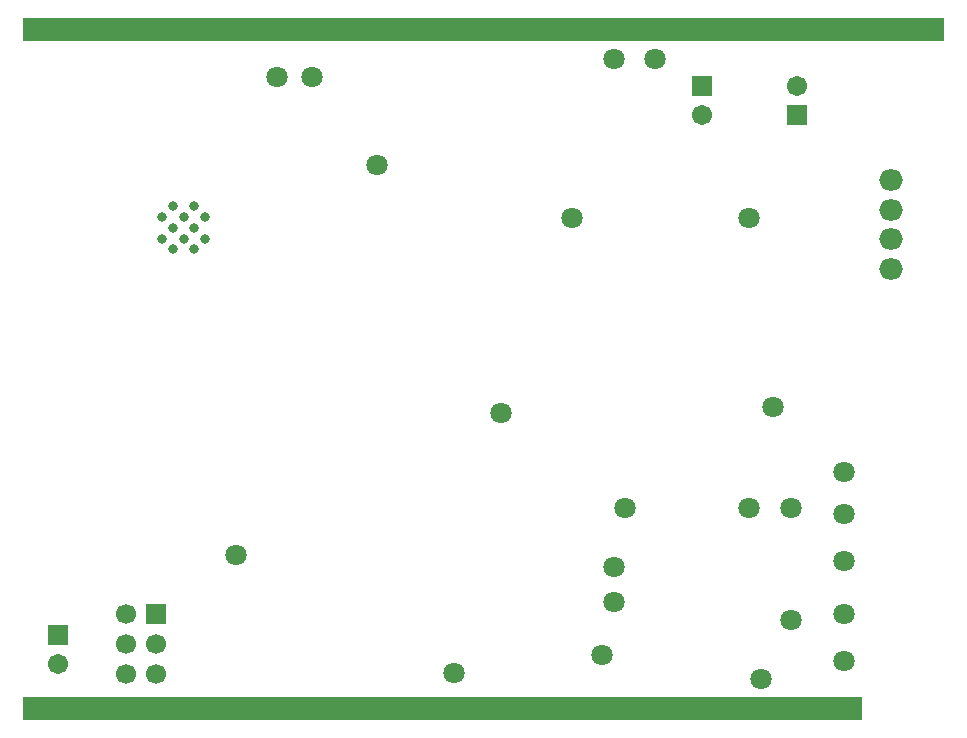
<source format=gbs>
G04*
G04 #@! TF.GenerationSoftware,Altium Limited,Altium Designer,23.1.1 (15)*
G04*
G04 Layer_Color=16711935*
%FSTAX24Y24*%
%MOIN*%
G70*
G04*
G04 #@! TF.SameCoordinates,744591E9-B7FF-4256-B3DA-537CD40D5A87*
G04*
G04*
G04 #@! TF.FilePolarity,Negative*
G04*
G01*
G75*
%ADD116C,0.0710*%
%ADD117R,0.0671X0.0680*%
%ADD118C,0.0671*%
%ADD119C,0.0039*%
%ADD120R,0.0669X0.0669*%
%ADD121C,0.0669*%
%ADD122C,0.0316*%
%ADD123O,0.0789X0.0710*%
G36*
X144488Y048032D02*
Y047244D01*
X116535D01*
Y048032D01*
X144488D01*
D02*
G37*
G36*
X116535Y070669D02*
Y069882D01*
X147244D01*
Y070669D01*
X116535D01*
D02*
G37*
D116*
X143898Y054134D02*
D03*
X143898Y052559D02*
D03*
Y050787D02*
D03*
Y049213D02*
D03*
X13248Y05748D02*
D03*
X141142Y048622D02*
D03*
X140748Y063976D02*
D03*
X134843D02*
D03*
X141535Y057677D02*
D03*
X142126Y050591D02*
D03*
X140748Y054331D02*
D03*
X142126D02*
D03*
X136614D02*
D03*
X13622Y052362D02*
D03*
Y051181D02*
D03*
X135827Y049409D02*
D03*
X123622Y052756D02*
D03*
X126181Y068701D02*
D03*
X125D02*
D03*
X143898Y055512D02*
D03*
X128346Y065748D02*
D03*
X137597Y069286D02*
D03*
X13622Y069291D02*
D03*
X130906Y048819D02*
D03*
D117*
X117717Y050098D02*
D03*
X142323Y067421D02*
D03*
X139173Y068406D02*
D03*
D118*
X117717Y049114D02*
D03*
X142323Y068406D02*
D03*
X139173Y067421D02*
D03*
D119*
X118325Y056704D02*
D03*
Y053494D02*
D03*
X145014Y059996D02*
D03*
Y05772D02*
D03*
D120*
X120972Y050803D02*
D03*
D121*
X120972Y049803D02*
D03*
X120972Y048803D02*
D03*
X119972D02*
D03*
X119972Y049803D02*
D03*
X119972Y050803D02*
D03*
D122*
X121163Y063306D02*
D03*
Y064029D02*
D03*
X121525Y062945D02*
D03*
Y063667D02*
D03*
X121525Y06439D02*
D03*
X121886Y063306D02*
D03*
Y064029D02*
D03*
X122247Y062945D02*
D03*
X122247Y063667D02*
D03*
X122247Y06439D02*
D03*
X122608Y063306D02*
D03*
Y064029D02*
D03*
D123*
X145472Y064264D02*
D03*
Y065264D02*
D03*
Y062295D02*
D03*
Y063295D02*
D03*
M02*

</source>
